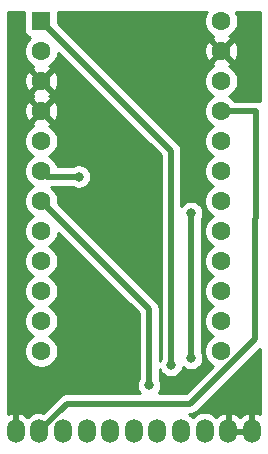
<source format=gbr>
%TF.GenerationSoftware,KiCad,Pcbnew,(5.1.9)-1*%
%TF.CreationDate,2021-12-26T22:52:53-06:00*%
%TF.ProjectId,Saturn for MISTER,53617475-726e-4206-966f-72204d495354,rev?*%
%TF.SameCoordinates,Original*%
%TF.FileFunction,Copper,L1,Top*%
%TF.FilePolarity,Positive*%
%FSLAX46Y46*%
G04 Gerber Fmt 4.6, Leading zero omitted, Abs format (unit mm)*
G04 Created by KiCad (PCBNEW (5.1.9)-1) date 2021-12-26 22:52:53*
%MOMM*%
%LPD*%
G01*
G04 APERTURE LIST*
%TA.AperFunction,ComponentPad*%
%ADD10O,1.500000X2.000000*%
%TD*%
%TA.AperFunction,ComponentPad*%
%ADD11C,1.600000*%
%TD*%
%TA.AperFunction,ComponentPad*%
%ADD12R,1.600000X1.600000*%
%TD*%
%TA.AperFunction,ViaPad*%
%ADD13C,0.800000*%
%TD*%
%TA.AperFunction,Conductor*%
%ADD14C,0.500000*%
%TD*%
%TA.AperFunction,Conductor*%
%ADD15C,0.254000*%
%TD*%
%TA.AperFunction,Conductor*%
%ADD16C,0.100000*%
%TD*%
G04 APERTURE END LIST*
D10*
%TO.P,Saturn1,1*%
%TO.N,GND*%
X142689560Y-112000000D03*
%TO.P,Saturn1,2*%
%TO.N,+5V*%
X144689560Y-112000000D03*
%TO.P,Saturn1,3*%
%TO.N,/DATA1*%
X146689560Y-112000000D03*
%TO.P,Saturn1,4*%
%TO.N,/DATA0*%
X148689560Y-112000000D03*
%TO.P,Saturn1,5*%
%TO.N,/SEL1*%
X150689560Y-112000000D03*
%TO.P,Saturn1,6*%
%TO.N,/SEL0*%
X152689560Y-112000000D03*
%TO.P,Saturn1,7*%
%TO.N,/TL*%
X154689560Y-112000000D03*
%TO.P,Saturn1,8*%
%TO.N,/DATA3*%
X156689560Y-112000000D03*
%TO.P,Saturn1,9*%
%TO.N,/DATA2*%
X158689560Y-112000000D03*
%TO.P,Saturn1,10*%
%TO.N,GND*%
X160689560Y-112000000D03*
%TO.P,Saturn1,11*%
X162689560Y-112000000D03*
%TD*%
D11*
%TO.P,U1,24*%
%TO.N,Net-(U1-Pad24)*%
X160101280Y-77256640D03*
%TO.P,U1,23*%
%TO.N,GND*%
X160101280Y-79796640D03*
%TO.P,U1,22*%
%TO.N,Net-(U1-Pad22)*%
X160101280Y-82336640D03*
%TO.P,U1,21*%
%TO.N,+5V*%
X160101280Y-84876640D03*
%TO.P,U1,20*%
%TO.N,Net-(U1-Pad20)*%
X160101280Y-87416640D03*
%TO.P,U1,19*%
%TO.N,Net-(U1-Pad19)*%
X160101280Y-89956640D03*
%TO.P,U1,18*%
%TO.N,Net-(U1-Pad18)*%
X160101280Y-92496640D03*
%TO.P,U1,17*%
%TO.N,Net-(U1-Pad17)*%
X160101280Y-95036640D03*
%TO.P,U1,16*%
%TO.N,/SEL1*%
X160101280Y-97576640D03*
%TO.P,U1,15*%
%TO.N,/SEL0*%
X160101280Y-100116640D03*
%TO.P,U1,14*%
%TO.N,Net-(U1-Pad14)*%
X160101280Y-102656640D03*
%TO.P,U1,13*%
%TO.N,Net-(U1-Pad13)*%
X160101280Y-105196640D03*
%TO.P,U1,12*%
%TO.N,Net-(U1-Pad12)*%
X144861280Y-105196640D03*
%TO.P,U1,11*%
%TO.N,Net-(U1-Pad11)*%
X144861280Y-102656640D03*
%TO.P,U1,10*%
%TO.N,Net-(U1-Pad10)*%
X144861280Y-100116640D03*
%TO.P,U1,9*%
%TO.N,Net-(U1-Pad9)*%
X144861280Y-97576640D03*
%TO.P,U1,8*%
%TO.N,Net-(U1-Pad8)*%
X144861280Y-95036640D03*
%TO.P,U1,7*%
%TO.N,/TL*%
X144861280Y-92496640D03*
%TO.P,U1,6*%
%TO.N,/DATA0*%
X144861280Y-89956640D03*
%TO.P,U1,5*%
%TO.N,/DATA1*%
X144861280Y-87416640D03*
%TO.P,U1,4*%
%TO.N,GND*%
X144861280Y-84876640D03*
%TO.P,U1,3*%
X144861280Y-82336640D03*
%TO.P,U1,2*%
%TO.N,/DATA2*%
X144861280Y-79796640D03*
D12*
%TO.P,U1,1*%
%TO.N,/DATA3*%
X144861280Y-77256640D03*
%TD*%
D13*
%TO.N,/TL*%
X153984960Y-108112560D03*
%TO.N,/DATA0*%
X148043900Y-90426540D03*
%TO.N,/DATA2*%
X157546040Y-93517720D03*
X157546040Y-105770680D03*
%TO.N,/DATA3*%
X155839160Y-106370120D03*
%TD*%
D14*
%TO.N,+5V*%
X157491042Y-109656880D02*
X147032680Y-109656880D01*
X147032680Y-109656880D02*
X144689560Y-112000000D01*
X162981640Y-94006282D02*
X162981640Y-104166282D01*
X162981640Y-104166282D02*
X157491042Y-109656880D01*
X163012120Y-84876640D02*
X163012120Y-93975802D01*
X163012120Y-93975802D02*
X162981640Y-94006282D01*
X160101280Y-84876640D02*
X163012120Y-84876640D01*
%TO.N,/TL*%
X153984960Y-108112560D02*
X153984960Y-101620320D01*
X153984960Y-101620320D02*
X144861280Y-92496640D01*
%TO.N,/DATA0*%
X148043900Y-90426540D02*
X145331180Y-90426540D01*
X145331180Y-90426540D02*
X144861280Y-89956640D01*
%TO.N,/DATA2*%
X157546040Y-93517720D02*
X157546040Y-93517720D01*
X157546040Y-105770680D02*
X157546040Y-93517720D01*
%TO.N,/DATA3*%
X155839160Y-106370120D02*
X155839160Y-88234520D01*
X155839160Y-88234520D02*
X144861280Y-77256640D01*
%TD*%
D15*
%TO.N,GND*%
X163359190Y-110527713D02*
X163133796Y-110426513D01*
X163030745Y-110407682D01*
X162816560Y-110530344D01*
X162816560Y-111873000D01*
X162836560Y-111873000D01*
X162836560Y-112127000D01*
X162816560Y-112127000D01*
X162816560Y-112147000D01*
X162562560Y-112147000D01*
X162562560Y-112127000D01*
X160816560Y-112127000D01*
X160816560Y-112147000D01*
X160562560Y-112147000D01*
X160562560Y-112127000D01*
X160542560Y-112127000D01*
X160542560Y-111873000D01*
X160562560Y-111873000D01*
X160562560Y-110530344D01*
X160816560Y-110530344D01*
X160816560Y-111873000D01*
X162562560Y-111873000D01*
X162562560Y-110530344D01*
X162348375Y-110407682D01*
X162245324Y-110426513D01*
X161995660Y-110538610D01*
X161772663Y-110697260D01*
X161689560Y-110785384D01*
X161606457Y-110697260D01*
X161383460Y-110538610D01*
X161133796Y-110426513D01*
X161030745Y-110407682D01*
X160816560Y-110530344D01*
X160562560Y-110530344D01*
X160348375Y-110407682D01*
X160245324Y-110426513D01*
X159995660Y-110538610D01*
X159772663Y-110697260D01*
X159689589Y-110785353D01*
X159673640Y-110765919D01*
X159462747Y-110592843D01*
X159222140Y-110464236D01*
X158961066Y-110385040D01*
X158689560Y-110358299D01*
X158418053Y-110385040D01*
X158156979Y-110464236D01*
X157916372Y-110592843D01*
X157705479Y-110765920D01*
X157689560Y-110785317D01*
X157673640Y-110765919D01*
X157462747Y-110592843D01*
X157367402Y-110541880D01*
X157447573Y-110541880D01*
X157491042Y-110546161D01*
X157534511Y-110541880D01*
X157534519Y-110541880D01*
X157664532Y-110529075D01*
X157831355Y-110478469D01*
X157985101Y-110396291D01*
X158119859Y-110285697D01*
X158147576Y-110251924D01*
X163361407Y-105038094D01*
X163359190Y-110527713D01*
%TA.AperFunction,Conductor*%
D16*
G36*
X163359190Y-110527713D02*
G01*
X163133796Y-110426513D01*
X163030745Y-110407682D01*
X162816560Y-110530344D01*
X162816560Y-111873000D01*
X162836560Y-111873000D01*
X162836560Y-112127000D01*
X162816560Y-112127000D01*
X162816560Y-112147000D01*
X162562560Y-112147000D01*
X162562560Y-112127000D01*
X160816560Y-112127000D01*
X160816560Y-112147000D01*
X160562560Y-112147000D01*
X160562560Y-112127000D01*
X160542560Y-112127000D01*
X160542560Y-111873000D01*
X160562560Y-111873000D01*
X160562560Y-110530344D01*
X160816560Y-110530344D01*
X160816560Y-111873000D01*
X162562560Y-111873000D01*
X162562560Y-110530344D01*
X162348375Y-110407682D01*
X162245324Y-110426513D01*
X161995660Y-110538610D01*
X161772663Y-110697260D01*
X161689560Y-110785384D01*
X161606457Y-110697260D01*
X161383460Y-110538610D01*
X161133796Y-110426513D01*
X161030745Y-110407682D01*
X160816560Y-110530344D01*
X160562560Y-110530344D01*
X160348375Y-110407682D01*
X160245324Y-110426513D01*
X159995660Y-110538610D01*
X159772663Y-110697260D01*
X159689589Y-110785353D01*
X159673640Y-110765919D01*
X159462747Y-110592843D01*
X159222140Y-110464236D01*
X158961066Y-110385040D01*
X158689560Y-110358299D01*
X158418053Y-110385040D01*
X158156979Y-110464236D01*
X157916372Y-110592843D01*
X157705479Y-110765920D01*
X157689560Y-110785317D01*
X157673640Y-110765919D01*
X157462747Y-110592843D01*
X157367402Y-110541880D01*
X157447573Y-110541880D01*
X157491042Y-110546161D01*
X157534511Y-110541880D01*
X157534519Y-110541880D01*
X157664532Y-110529075D01*
X157831355Y-110478469D01*
X157985101Y-110396291D01*
X158119859Y-110285697D01*
X158147576Y-110251924D01*
X163361407Y-105038094D01*
X163359190Y-110527713D01*
G37*
%TD.AperFunction*%
D15*
X143423208Y-78056640D02*
X143435468Y-78181122D01*
X143471778Y-78300820D01*
X143530743Y-78411134D01*
X143610095Y-78507825D01*
X143706786Y-78587177D01*
X143817100Y-78646142D01*
X143936798Y-78682452D01*
X143945241Y-78683283D01*
X143746643Y-78881881D01*
X143589600Y-79116913D01*
X143481427Y-79378066D01*
X143426280Y-79655305D01*
X143426280Y-79937975D01*
X143481427Y-80215214D01*
X143589600Y-80476367D01*
X143746643Y-80711399D01*
X143946521Y-80911277D01*
X144180408Y-81067555D01*
X144119766Y-81099969D01*
X144048183Y-81343938D01*
X144861280Y-82157035D01*
X145674377Y-81343938D01*
X145602794Y-81099969D01*
X145538288Y-81069446D01*
X145541007Y-81068320D01*
X145776039Y-80911277D01*
X145975917Y-80711399D01*
X146132960Y-80476367D01*
X146241133Y-80215214D01*
X146295410Y-79942348D01*
X154954161Y-88601100D01*
X154954160Y-105831666D01*
X154921955Y-105879864D01*
X154869960Y-106005390D01*
X154869960Y-101663789D01*
X154874241Y-101620320D01*
X154869960Y-101576851D01*
X154869960Y-101576843D01*
X154857155Y-101446830D01*
X154806549Y-101280007D01*
X154724371Y-101126261D01*
X154613777Y-100991503D01*
X154580009Y-100963790D01*
X146289297Y-92673079D01*
X146296280Y-92637975D01*
X146296280Y-92355305D01*
X146241133Y-92078066D01*
X146132960Y-91816913D01*
X145975917Y-91581881D01*
X145776039Y-91382003D01*
X145670583Y-91311540D01*
X147505446Y-91311540D01*
X147553644Y-91343745D01*
X147742002Y-91421766D01*
X147941961Y-91461540D01*
X148145839Y-91461540D01*
X148345798Y-91421766D01*
X148534156Y-91343745D01*
X148703674Y-91230477D01*
X148847837Y-91086314D01*
X148961105Y-90916796D01*
X149039126Y-90728438D01*
X149078900Y-90528479D01*
X149078900Y-90324601D01*
X149039126Y-90124642D01*
X148961105Y-89936284D01*
X148847837Y-89766766D01*
X148703674Y-89622603D01*
X148534156Y-89509335D01*
X148345798Y-89431314D01*
X148145839Y-89391540D01*
X147941961Y-89391540D01*
X147742002Y-89431314D01*
X147553644Y-89509335D01*
X147505446Y-89541540D01*
X146241824Y-89541540D01*
X146241133Y-89538066D01*
X146132960Y-89276913D01*
X145975917Y-89041881D01*
X145776039Y-88842003D01*
X145543521Y-88686640D01*
X145776039Y-88531277D01*
X145975917Y-88331399D01*
X146132960Y-88096367D01*
X146241133Y-87835214D01*
X146296280Y-87557975D01*
X146296280Y-87275305D01*
X146241133Y-86998066D01*
X146132960Y-86736913D01*
X145975917Y-86501881D01*
X145776039Y-86302003D01*
X145542152Y-86145725D01*
X145602794Y-86113311D01*
X145674377Y-85869342D01*
X144861280Y-85056245D01*
X144048183Y-85869342D01*
X144119766Y-86113311D01*
X144184272Y-86143834D01*
X144181553Y-86144960D01*
X143946521Y-86302003D01*
X143746643Y-86501881D01*
X143589600Y-86736913D01*
X143481427Y-86998066D01*
X143426280Y-87275305D01*
X143426280Y-87557975D01*
X143481427Y-87835214D01*
X143589600Y-88096367D01*
X143746643Y-88331399D01*
X143946521Y-88531277D01*
X144179039Y-88686640D01*
X143946521Y-88842003D01*
X143746643Y-89041881D01*
X143589600Y-89276913D01*
X143481427Y-89538066D01*
X143426280Y-89815305D01*
X143426280Y-90097975D01*
X143481427Y-90375214D01*
X143589600Y-90636367D01*
X143746643Y-90871399D01*
X143946521Y-91071277D01*
X144179039Y-91226640D01*
X143946521Y-91382003D01*
X143746643Y-91581881D01*
X143589600Y-91816913D01*
X143481427Y-92078066D01*
X143426280Y-92355305D01*
X143426280Y-92637975D01*
X143481427Y-92915214D01*
X143589600Y-93176367D01*
X143746643Y-93411399D01*
X143946521Y-93611277D01*
X144179039Y-93766640D01*
X143946521Y-93922003D01*
X143746643Y-94121881D01*
X143589600Y-94356913D01*
X143481427Y-94618066D01*
X143426280Y-94895305D01*
X143426280Y-95177975D01*
X143481427Y-95455214D01*
X143589600Y-95716367D01*
X143746643Y-95951399D01*
X143946521Y-96151277D01*
X144179039Y-96306640D01*
X143946521Y-96462003D01*
X143746643Y-96661881D01*
X143589600Y-96896913D01*
X143481427Y-97158066D01*
X143426280Y-97435305D01*
X143426280Y-97717975D01*
X143481427Y-97995214D01*
X143589600Y-98256367D01*
X143746643Y-98491399D01*
X143946521Y-98691277D01*
X144179039Y-98846640D01*
X143946521Y-99002003D01*
X143746643Y-99201881D01*
X143589600Y-99436913D01*
X143481427Y-99698066D01*
X143426280Y-99975305D01*
X143426280Y-100257975D01*
X143481427Y-100535214D01*
X143589600Y-100796367D01*
X143746643Y-101031399D01*
X143946521Y-101231277D01*
X144179039Y-101386640D01*
X143946521Y-101542003D01*
X143746643Y-101741881D01*
X143589600Y-101976913D01*
X143481427Y-102238066D01*
X143426280Y-102515305D01*
X143426280Y-102797975D01*
X143481427Y-103075214D01*
X143589600Y-103336367D01*
X143746643Y-103571399D01*
X143946521Y-103771277D01*
X144179039Y-103926640D01*
X143946521Y-104082003D01*
X143746643Y-104281881D01*
X143589600Y-104516913D01*
X143481427Y-104778066D01*
X143426280Y-105055305D01*
X143426280Y-105337975D01*
X143481427Y-105615214D01*
X143589600Y-105876367D01*
X143746643Y-106111399D01*
X143946521Y-106311277D01*
X144181553Y-106468320D01*
X144442706Y-106576493D01*
X144719945Y-106631640D01*
X145002615Y-106631640D01*
X145279854Y-106576493D01*
X145541007Y-106468320D01*
X145776039Y-106311277D01*
X145975917Y-106111399D01*
X146132960Y-105876367D01*
X146241133Y-105615214D01*
X146296280Y-105337975D01*
X146296280Y-105055305D01*
X146241133Y-104778066D01*
X146132960Y-104516913D01*
X145975917Y-104281881D01*
X145776039Y-104082003D01*
X145543521Y-103926640D01*
X145776039Y-103771277D01*
X145975917Y-103571399D01*
X146132960Y-103336367D01*
X146241133Y-103075214D01*
X146296280Y-102797975D01*
X146296280Y-102515305D01*
X146241133Y-102238066D01*
X146132960Y-101976913D01*
X145975917Y-101741881D01*
X145776039Y-101542003D01*
X145543521Y-101386640D01*
X145776039Y-101231277D01*
X145975917Y-101031399D01*
X146132960Y-100796367D01*
X146241133Y-100535214D01*
X146296280Y-100257975D01*
X146296280Y-99975305D01*
X146241133Y-99698066D01*
X146132960Y-99436913D01*
X145975917Y-99201881D01*
X145776039Y-99002003D01*
X145543521Y-98846640D01*
X145776039Y-98691277D01*
X145975917Y-98491399D01*
X146132960Y-98256367D01*
X146241133Y-97995214D01*
X146296280Y-97717975D01*
X146296280Y-97435305D01*
X146241133Y-97158066D01*
X146132960Y-96896913D01*
X145975917Y-96661881D01*
X145776039Y-96462003D01*
X145543521Y-96306640D01*
X145776039Y-96151277D01*
X145975917Y-95951399D01*
X146132960Y-95716367D01*
X146241133Y-95455214D01*
X146295410Y-95182348D01*
X153099961Y-101986900D01*
X153099960Y-107574106D01*
X153067755Y-107622304D01*
X152989734Y-107810662D01*
X152949960Y-108010621D01*
X152949960Y-108214499D01*
X152989734Y-108414458D01*
X153067755Y-108602816D01*
X153180720Y-108771880D01*
X147076146Y-108771880D01*
X147032679Y-108767599D01*
X146989213Y-108771880D01*
X146989203Y-108771880D01*
X146859190Y-108784685D01*
X146692367Y-108835291D01*
X146538621Y-108917469D01*
X146538619Y-108917470D01*
X146538620Y-108917470D01*
X146437633Y-109000348D01*
X146437631Y-109000350D01*
X146403863Y-109028063D01*
X146376150Y-109061831D01*
X145031558Y-110406424D01*
X144961066Y-110385040D01*
X144689560Y-110358299D01*
X144418053Y-110385040D01*
X144156979Y-110464236D01*
X143916372Y-110592843D01*
X143705479Y-110765920D01*
X143689531Y-110785353D01*
X143606457Y-110697260D01*
X143383460Y-110538610D01*
X143133796Y-110426513D01*
X143030745Y-110407682D01*
X142816560Y-110530344D01*
X142816560Y-111873000D01*
X142836560Y-111873000D01*
X142836560Y-112127000D01*
X142816560Y-112127000D01*
X142816560Y-112147000D01*
X142562560Y-112147000D01*
X142562560Y-112127000D01*
X142542560Y-112127000D01*
X142542560Y-111873000D01*
X142562560Y-111873000D01*
X142562560Y-110530344D01*
X142348375Y-110407682D01*
X142245324Y-110426513D01*
X142031729Y-110522416D01*
X142035175Y-84947152D01*
X143421063Y-84947152D01*
X143462493Y-85226770D01*
X143557677Y-85492932D01*
X143624609Y-85618154D01*
X143868578Y-85689737D01*
X144681675Y-84876640D01*
X145040885Y-84876640D01*
X145853982Y-85689737D01*
X146097951Y-85618154D01*
X146218851Y-85362644D01*
X146287580Y-85088456D01*
X146301497Y-84806128D01*
X146260067Y-84526510D01*
X146164883Y-84260348D01*
X146097951Y-84135126D01*
X145853982Y-84063543D01*
X145040885Y-84876640D01*
X144681675Y-84876640D01*
X143868578Y-84063543D01*
X143624609Y-84135126D01*
X143503709Y-84390636D01*
X143434980Y-84664824D01*
X143421063Y-84947152D01*
X142035175Y-84947152D01*
X142035392Y-83329342D01*
X144048183Y-83329342D01*
X144119766Y-83573311D01*
X144185916Y-83604611D01*
X144119766Y-83639969D01*
X144048183Y-83883938D01*
X144861280Y-84697035D01*
X145674377Y-83883938D01*
X145602794Y-83639969D01*
X145536644Y-83608669D01*
X145602794Y-83573311D01*
X145674377Y-83329342D01*
X144861280Y-82516245D01*
X144048183Y-83329342D01*
X142035392Y-83329342D01*
X142035517Y-82407152D01*
X143421063Y-82407152D01*
X143462493Y-82686770D01*
X143557677Y-82952932D01*
X143624609Y-83078154D01*
X143868578Y-83149737D01*
X144681675Y-82336640D01*
X145040885Y-82336640D01*
X145853982Y-83149737D01*
X146097951Y-83078154D01*
X146218851Y-82822644D01*
X146287580Y-82548456D01*
X146301497Y-82266128D01*
X146260067Y-81986510D01*
X146164883Y-81720348D01*
X146097951Y-81595126D01*
X145853982Y-81523543D01*
X145040885Y-82336640D01*
X144681675Y-82336640D01*
X143868578Y-81523543D01*
X143624609Y-81595126D01*
X143503709Y-81850636D01*
X143434980Y-82124824D01*
X143421063Y-82407152D01*
X142035517Y-82407152D01*
X142036313Y-76503956D01*
X143423208Y-76503023D01*
X143423208Y-78056640D01*
%TA.AperFunction,Conductor*%
D16*
G36*
X143423208Y-78056640D02*
G01*
X143435468Y-78181122D01*
X143471778Y-78300820D01*
X143530743Y-78411134D01*
X143610095Y-78507825D01*
X143706786Y-78587177D01*
X143817100Y-78646142D01*
X143936798Y-78682452D01*
X143945241Y-78683283D01*
X143746643Y-78881881D01*
X143589600Y-79116913D01*
X143481427Y-79378066D01*
X143426280Y-79655305D01*
X143426280Y-79937975D01*
X143481427Y-80215214D01*
X143589600Y-80476367D01*
X143746643Y-80711399D01*
X143946521Y-80911277D01*
X144180408Y-81067555D01*
X144119766Y-81099969D01*
X144048183Y-81343938D01*
X144861280Y-82157035D01*
X145674377Y-81343938D01*
X145602794Y-81099969D01*
X145538288Y-81069446D01*
X145541007Y-81068320D01*
X145776039Y-80911277D01*
X145975917Y-80711399D01*
X146132960Y-80476367D01*
X146241133Y-80215214D01*
X146295410Y-79942348D01*
X154954161Y-88601100D01*
X154954160Y-105831666D01*
X154921955Y-105879864D01*
X154869960Y-106005390D01*
X154869960Y-101663789D01*
X154874241Y-101620320D01*
X154869960Y-101576851D01*
X154869960Y-101576843D01*
X154857155Y-101446830D01*
X154806549Y-101280007D01*
X154724371Y-101126261D01*
X154613777Y-100991503D01*
X154580009Y-100963790D01*
X146289297Y-92673079D01*
X146296280Y-92637975D01*
X146296280Y-92355305D01*
X146241133Y-92078066D01*
X146132960Y-91816913D01*
X145975917Y-91581881D01*
X145776039Y-91382003D01*
X145670583Y-91311540D01*
X147505446Y-91311540D01*
X147553644Y-91343745D01*
X147742002Y-91421766D01*
X147941961Y-91461540D01*
X148145839Y-91461540D01*
X148345798Y-91421766D01*
X148534156Y-91343745D01*
X148703674Y-91230477D01*
X148847837Y-91086314D01*
X148961105Y-90916796D01*
X149039126Y-90728438D01*
X149078900Y-90528479D01*
X149078900Y-90324601D01*
X149039126Y-90124642D01*
X148961105Y-89936284D01*
X148847837Y-89766766D01*
X148703674Y-89622603D01*
X148534156Y-89509335D01*
X148345798Y-89431314D01*
X148145839Y-89391540D01*
X147941961Y-89391540D01*
X147742002Y-89431314D01*
X147553644Y-89509335D01*
X147505446Y-89541540D01*
X146241824Y-89541540D01*
X146241133Y-89538066D01*
X146132960Y-89276913D01*
X145975917Y-89041881D01*
X145776039Y-88842003D01*
X145543521Y-88686640D01*
X145776039Y-88531277D01*
X145975917Y-88331399D01*
X146132960Y-88096367D01*
X146241133Y-87835214D01*
X146296280Y-87557975D01*
X146296280Y-87275305D01*
X146241133Y-86998066D01*
X146132960Y-86736913D01*
X145975917Y-86501881D01*
X145776039Y-86302003D01*
X145542152Y-86145725D01*
X145602794Y-86113311D01*
X145674377Y-85869342D01*
X144861280Y-85056245D01*
X144048183Y-85869342D01*
X144119766Y-86113311D01*
X144184272Y-86143834D01*
X144181553Y-86144960D01*
X143946521Y-86302003D01*
X143746643Y-86501881D01*
X143589600Y-86736913D01*
X143481427Y-86998066D01*
X143426280Y-87275305D01*
X143426280Y-87557975D01*
X143481427Y-87835214D01*
X143589600Y-88096367D01*
X143746643Y-88331399D01*
X143946521Y-88531277D01*
X144179039Y-88686640D01*
X143946521Y-88842003D01*
X143746643Y-89041881D01*
X143589600Y-89276913D01*
X143481427Y-89538066D01*
X143426280Y-89815305D01*
X143426280Y-90097975D01*
X143481427Y-90375214D01*
X143589600Y-90636367D01*
X143746643Y-90871399D01*
X143946521Y-91071277D01*
X144179039Y-91226640D01*
X143946521Y-91382003D01*
X143746643Y-91581881D01*
X143589600Y-91816913D01*
X143481427Y-92078066D01*
X143426280Y-92355305D01*
X143426280Y-92637975D01*
X143481427Y-92915214D01*
X143589600Y-93176367D01*
X143746643Y-93411399D01*
X143946521Y-93611277D01*
X144179039Y-93766640D01*
X143946521Y-93922003D01*
X143746643Y-94121881D01*
X143589600Y-94356913D01*
X143481427Y-94618066D01*
X143426280Y-94895305D01*
X143426280Y-95177975D01*
X143481427Y-95455214D01*
X143589600Y-95716367D01*
X143746643Y-95951399D01*
X143946521Y-96151277D01*
X144179039Y-96306640D01*
X143946521Y-96462003D01*
X143746643Y-96661881D01*
X143589600Y-96896913D01*
X143481427Y-97158066D01*
X143426280Y-97435305D01*
X143426280Y-97717975D01*
X143481427Y-97995214D01*
X143589600Y-98256367D01*
X143746643Y-98491399D01*
X143946521Y-98691277D01*
X144179039Y-98846640D01*
X143946521Y-99002003D01*
X143746643Y-99201881D01*
X143589600Y-99436913D01*
X143481427Y-99698066D01*
X143426280Y-99975305D01*
X143426280Y-100257975D01*
X143481427Y-100535214D01*
X143589600Y-100796367D01*
X143746643Y-101031399D01*
X143946521Y-101231277D01*
X144179039Y-101386640D01*
X143946521Y-101542003D01*
X143746643Y-101741881D01*
X143589600Y-101976913D01*
X143481427Y-102238066D01*
X143426280Y-102515305D01*
X143426280Y-102797975D01*
X143481427Y-103075214D01*
X143589600Y-103336367D01*
X143746643Y-103571399D01*
X143946521Y-103771277D01*
X144179039Y-103926640D01*
X143946521Y-104082003D01*
X143746643Y-104281881D01*
X143589600Y-104516913D01*
X143481427Y-104778066D01*
X143426280Y-105055305D01*
X143426280Y-105337975D01*
X143481427Y-105615214D01*
X143589600Y-105876367D01*
X143746643Y-106111399D01*
X143946521Y-106311277D01*
X144181553Y-106468320D01*
X144442706Y-106576493D01*
X144719945Y-106631640D01*
X145002615Y-106631640D01*
X145279854Y-106576493D01*
X145541007Y-106468320D01*
X145776039Y-106311277D01*
X145975917Y-106111399D01*
X146132960Y-105876367D01*
X146241133Y-105615214D01*
X146296280Y-105337975D01*
X146296280Y-105055305D01*
X146241133Y-104778066D01*
X146132960Y-104516913D01*
X145975917Y-104281881D01*
X145776039Y-104082003D01*
X145543521Y-103926640D01*
X145776039Y-103771277D01*
X145975917Y-103571399D01*
X146132960Y-103336367D01*
X146241133Y-103075214D01*
X146296280Y-102797975D01*
X146296280Y-102515305D01*
X146241133Y-102238066D01*
X146132960Y-101976913D01*
X145975917Y-101741881D01*
X145776039Y-101542003D01*
X145543521Y-101386640D01*
X145776039Y-101231277D01*
X145975917Y-101031399D01*
X146132960Y-100796367D01*
X146241133Y-100535214D01*
X146296280Y-100257975D01*
X146296280Y-99975305D01*
X146241133Y-99698066D01*
X146132960Y-99436913D01*
X145975917Y-99201881D01*
X145776039Y-99002003D01*
X145543521Y-98846640D01*
X145776039Y-98691277D01*
X145975917Y-98491399D01*
X146132960Y-98256367D01*
X146241133Y-97995214D01*
X146296280Y-97717975D01*
X146296280Y-97435305D01*
X146241133Y-97158066D01*
X146132960Y-96896913D01*
X145975917Y-96661881D01*
X145776039Y-96462003D01*
X145543521Y-96306640D01*
X145776039Y-96151277D01*
X145975917Y-95951399D01*
X146132960Y-95716367D01*
X146241133Y-95455214D01*
X146295410Y-95182348D01*
X153099961Y-101986900D01*
X153099960Y-107574106D01*
X153067755Y-107622304D01*
X152989734Y-107810662D01*
X152949960Y-108010621D01*
X152949960Y-108214499D01*
X152989734Y-108414458D01*
X153067755Y-108602816D01*
X153180720Y-108771880D01*
X147076146Y-108771880D01*
X147032679Y-108767599D01*
X146989213Y-108771880D01*
X146989203Y-108771880D01*
X146859190Y-108784685D01*
X146692367Y-108835291D01*
X146538621Y-108917469D01*
X146538619Y-108917470D01*
X146538620Y-108917470D01*
X146437633Y-109000348D01*
X146437631Y-109000350D01*
X146403863Y-109028063D01*
X146376150Y-109061831D01*
X145031558Y-110406424D01*
X144961066Y-110385040D01*
X144689560Y-110358299D01*
X144418053Y-110385040D01*
X144156979Y-110464236D01*
X143916372Y-110592843D01*
X143705479Y-110765920D01*
X143689531Y-110785353D01*
X143606457Y-110697260D01*
X143383460Y-110538610D01*
X143133796Y-110426513D01*
X143030745Y-110407682D01*
X142816560Y-110530344D01*
X142816560Y-111873000D01*
X142836560Y-111873000D01*
X142836560Y-112127000D01*
X142816560Y-112127000D01*
X142816560Y-112147000D01*
X142562560Y-112147000D01*
X142562560Y-112127000D01*
X142542560Y-112127000D01*
X142542560Y-111873000D01*
X142562560Y-111873000D01*
X142562560Y-110530344D01*
X142348375Y-110407682D01*
X142245324Y-110426513D01*
X142031729Y-110522416D01*
X142035175Y-84947152D01*
X143421063Y-84947152D01*
X143462493Y-85226770D01*
X143557677Y-85492932D01*
X143624609Y-85618154D01*
X143868578Y-85689737D01*
X144681675Y-84876640D01*
X145040885Y-84876640D01*
X145853982Y-85689737D01*
X146097951Y-85618154D01*
X146218851Y-85362644D01*
X146287580Y-85088456D01*
X146301497Y-84806128D01*
X146260067Y-84526510D01*
X146164883Y-84260348D01*
X146097951Y-84135126D01*
X145853982Y-84063543D01*
X145040885Y-84876640D01*
X144681675Y-84876640D01*
X143868578Y-84063543D01*
X143624609Y-84135126D01*
X143503709Y-84390636D01*
X143434980Y-84664824D01*
X143421063Y-84947152D01*
X142035175Y-84947152D01*
X142035392Y-83329342D01*
X144048183Y-83329342D01*
X144119766Y-83573311D01*
X144185916Y-83604611D01*
X144119766Y-83639969D01*
X144048183Y-83883938D01*
X144861280Y-84697035D01*
X145674377Y-83883938D01*
X145602794Y-83639969D01*
X145536644Y-83608669D01*
X145602794Y-83573311D01*
X145674377Y-83329342D01*
X144861280Y-82516245D01*
X144048183Y-83329342D01*
X142035392Y-83329342D01*
X142035517Y-82407152D01*
X143421063Y-82407152D01*
X143462493Y-82686770D01*
X143557677Y-82952932D01*
X143624609Y-83078154D01*
X143868578Y-83149737D01*
X144681675Y-82336640D01*
X145040885Y-82336640D01*
X145853982Y-83149737D01*
X146097951Y-83078154D01*
X146218851Y-82822644D01*
X146287580Y-82548456D01*
X146301497Y-82266128D01*
X146260067Y-81986510D01*
X146164883Y-81720348D01*
X146097951Y-81595126D01*
X145853982Y-81523543D01*
X145040885Y-82336640D01*
X144681675Y-82336640D01*
X143868578Y-81523543D01*
X143624609Y-81595126D01*
X143503709Y-81850636D01*
X143434980Y-82124824D01*
X143421063Y-82407152D01*
X142035517Y-82407152D01*
X142036313Y-76503956D01*
X143423208Y-76503023D01*
X143423208Y-78056640D01*
G37*
%TD.AperFunction*%
D15*
X163369876Y-84064374D02*
X163352433Y-84055051D01*
X163185610Y-84004445D01*
X163055597Y-83991640D01*
X163055596Y-83991640D01*
X163012120Y-83987358D01*
X162968643Y-83991640D01*
X161235801Y-83991640D01*
X161215917Y-83961881D01*
X161016039Y-83762003D01*
X160783521Y-83606640D01*
X161016039Y-83451277D01*
X161215917Y-83251399D01*
X161372960Y-83016367D01*
X161481133Y-82755214D01*
X161536280Y-82477975D01*
X161536280Y-82195305D01*
X161481133Y-81918066D01*
X161372960Y-81656913D01*
X161215917Y-81421881D01*
X161016039Y-81222003D01*
X160782152Y-81065725D01*
X160842794Y-81033311D01*
X160914377Y-80789342D01*
X160101280Y-79976245D01*
X159288183Y-80789342D01*
X159359766Y-81033311D01*
X159424272Y-81063834D01*
X159421553Y-81064960D01*
X159186521Y-81222003D01*
X158986643Y-81421881D01*
X158829600Y-81656913D01*
X158721427Y-81918066D01*
X158666280Y-82195305D01*
X158666280Y-82477975D01*
X158721427Y-82755214D01*
X158829600Y-83016367D01*
X158986643Y-83251399D01*
X159186521Y-83451277D01*
X159419039Y-83606640D01*
X159186521Y-83762003D01*
X158986643Y-83961881D01*
X158829600Y-84196913D01*
X158721427Y-84458066D01*
X158666280Y-84735305D01*
X158666280Y-85017975D01*
X158721427Y-85295214D01*
X158829600Y-85556367D01*
X158986643Y-85791399D01*
X159186521Y-85991277D01*
X159419039Y-86146640D01*
X159186521Y-86302003D01*
X158986643Y-86501881D01*
X158829600Y-86736913D01*
X158721427Y-86998066D01*
X158666280Y-87275305D01*
X158666280Y-87557975D01*
X158721427Y-87835214D01*
X158829600Y-88096367D01*
X158986643Y-88331399D01*
X159186521Y-88531277D01*
X159419039Y-88686640D01*
X159186521Y-88842003D01*
X158986643Y-89041881D01*
X158829600Y-89276913D01*
X158721427Y-89538066D01*
X158666280Y-89815305D01*
X158666280Y-90097975D01*
X158721427Y-90375214D01*
X158829600Y-90636367D01*
X158986643Y-90871399D01*
X159186521Y-91071277D01*
X159419039Y-91226640D01*
X159186521Y-91382003D01*
X158986643Y-91581881D01*
X158829600Y-91816913D01*
X158721427Y-92078066D01*
X158666280Y-92355305D01*
X158666280Y-92637975D01*
X158721427Y-92915214D01*
X158829600Y-93176367D01*
X158986643Y-93411399D01*
X159186521Y-93611277D01*
X159419039Y-93766640D01*
X159186521Y-93922003D01*
X158986643Y-94121881D01*
X158829600Y-94356913D01*
X158721427Y-94618066D01*
X158666280Y-94895305D01*
X158666280Y-95177975D01*
X158721427Y-95455214D01*
X158829600Y-95716367D01*
X158986643Y-95951399D01*
X159186521Y-96151277D01*
X159419039Y-96306640D01*
X159186521Y-96462003D01*
X158986643Y-96661881D01*
X158829600Y-96896913D01*
X158721427Y-97158066D01*
X158666280Y-97435305D01*
X158666280Y-97717975D01*
X158721427Y-97995214D01*
X158829600Y-98256367D01*
X158986643Y-98491399D01*
X159186521Y-98691277D01*
X159419039Y-98846640D01*
X159186521Y-99002003D01*
X158986643Y-99201881D01*
X158829600Y-99436913D01*
X158721427Y-99698066D01*
X158666280Y-99975305D01*
X158666280Y-100257975D01*
X158721427Y-100535214D01*
X158829600Y-100796367D01*
X158986643Y-101031399D01*
X159186521Y-101231277D01*
X159419039Y-101386640D01*
X159186521Y-101542003D01*
X158986643Y-101741881D01*
X158829600Y-101976913D01*
X158721427Y-102238066D01*
X158666280Y-102515305D01*
X158666280Y-102797975D01*
X158721427Y-103075214D01*
X158829600Y-103336367D01*
X158986643Y-103571399D01*
X159186521Y-103771277D01*
X159419039Y-103926640D01*
X159186521Y-104082003D01*
X158986643Y-104281881D01*
X158829600Y-104516913D01*
X158721427Y-104778066D01*
X158666280Y-105055305D01*
X158666280Y-105337975D01*
X158721427Y-105615214D01*
X158829600Y-105876367D01*
X158986643Y-106111399D01*
X159186521Y-106311277D01*
X159421553Y-106468320D01*
X159426128Y-106470215D01*
X157124464Y-108771880D01*
X154789200Y-108771880D01*
X154902165Y-108602816D01*
X154980186Y-108414458D01*
X155019960Y-108214499D01*
X155019960Y-108010621D01*
X154980186Y-107810662D01*
X154902165Y-107622304D01*
X154869960Y-107574106D01*
X154869960Y-106734850D01*
X154921955Y-106860376D01*
X155035223Y-107029894D01*
X155179386Y-107174057D01*
X155348904Y-107287325D01*
X155537262Y-107365346D01*
X155737221Y-107405120D01*
X155941099Y-107405120D01*
X156141058Y-107365346D01*
X156329416Y-107287325D01*
X156498934Y-107174057D01*
X156643097Y-107029894D01*
X156756365Y-106860376D01*
X156834386Y-106672018D01*
X156859153Y-106547504D01*
X156886266Y-106574617D01*
X157055784Y-106687885D01*
X157244142Y-106765906D01*
X157444101Y-106805680D01*
X157647979Y-106805680D01*
X157847938Y-106765906D01*
X158036296Y-106687885D01*
X158205814Y-106574617D01*
X158349977Y-106430454D01*
X158463245Y-106260936D01*
X158541266Y-106072578D01*
X158581040Y-105872619D01*
X158581040Y-105668741D01*
X158541266Y-105468782D01*
X158463245Y-105280424D01*
X158431040Y-105232226D01*
X158431040Y-94056174D01*
X158463245Y-94007976D01*
X158541266Y-93819618D01*
X158581040Y-93619659D01*
X158581040Y-93415781D01*
X158541266Y-93215822D01*
X158463245Y-93027464D01*
X158349977Y-92857946D01*
X158205814Y-92713783D01*
X158036296Y-92600515D01*
X157847938Y-92522494D01*
X157647979Y-92482720D01*
X157444101Y-92482720D01*
X157244142Y-92522494D01*
X157055784Y-92600515D01*
X156886266Y-92713783D01*
X156742103Y-92857946D01*
X156724160Y-92884800D01*
X156724160Y-88277989D01*
X156728441Y-88234520D01*
X156724160Y-88191051D01*
X156724160Y-88191043D01*
X156711355Y-88061030D01*
X156660749Y-87894207D01*
X156578571Y-87740461D01*
X156467977Y-87605703D01*
X156434209Y-87577990D01*
X148723371Y-79867152D01*
X158661063Y-79867152D01*
X158702493Y-80146770D01*
X158797677Y-80412932D01*
X158864609Y-80538154D01*
X159108578Y-80609737D01*
X159921675Y-79796640D01*
X160280885Y-79796640D01*
X161093982Y-80609737D01*
X161337951Y-80538154D01*
X161458851Y-80282644D01*
X161527580Y-80008456D01*
X161541497Y-79726128D01*
X161500067Y-79446510D01*
X161404883Y-79180348D01*
X161337951Y-79055126D01*
X161093982Y-78983543D01*
X160280885Y-79796640D01*
X159921675Y-79796640D01*
X159108578Y-78983543D01*
X158864609Y-79055126D01*
X158743709Y-79310636D01*
X158674980Y-79584824D01*
X158661063Y-79867152D01*
X148723371Y-79867152D01*
X146299352Y-77443134D01*
X146299352Y-76501088D01*
X158885921Y-76492622D01*
X158829600Y-76576913D01*
X158721427Y-76838066D01*
X158666280Y-77115305D01*
X158666280Y-77397975D01*
X158721427Y-77675214D01*
X158829600Y-77936367D01*
X158986643Y-78171399D01*
X159186521Y-78371277D01*
X159420408Y-78527555D01*
X159359766Y-78559969D01*
X159288183Y-78803938D01*
X160101280Y-79617035D01*
X160914377Y-78803938D01*
X160842794Y-78559969D01*
X160778288Y-78529446D01*
X160781007Y-78528320D01*
X161016039Y-78371277D01*
X161215917Y-78171399D01*
X161372960Y-77936367D01*
X161481133Y-77675214D01*
X161536280Y-77397975D01*
X161536280Y-77115305D01*
X161481133Y-76838066D01*
X161372960Y-76576913D01*
X161315547Y-76490988D01*
X163372934Y-76489604D01*
X163369876Y-84064374D01*
%TA.AperFunction,Conductor*%
D16*
G36*
X163369876Y-84064374D02*
G01*
X163352433Y-84055051D01*
X163185610Y-84004445D01*
X163055597Y-83991640D01*
X163055596Y-83991640D01*
X163012120Y-83987358D01*
X162968643Y-83991640D01*
X161235801Y-83991640D01*
X161215917Y-83961881D01*
X161016039Y-83762003D01*
X160783521Y-83606640D01*
X161016039Y-83451277D01*
X161215917Y-83251399D01*
X161372960Y-83016367D01*
X161481133Y-82755214D01*
X161536280Y-82477975D01*
X161536280Y-82195305D01*
X161481133Y-81918066D01*
X161372960Y-81656913D01*
X161215917Y-81421881D01*
X161016039Y-81222003D01*
X160782152Y-81065725D01*
X160842794Y-81033311D01*
X160914377Y-80789342D01*
X160101280Y-79976245D01*
X159288183Y-80789342D01*
X159359766Y-81033311D01*
X159424272Y-81063834D01*
X159421553Y-81064960D01*
X159186521Y-81222003D01*
X158986643Y-81421881D01*
X158829600Y-81656913D01*
X158721427Y-81918066D01*
X158666280Y-82195305D01*
X158666280Y-82477975D01*
X158721427Y-82755214D01*
X158829600Y-83016367D01*
X158986643Y-83251399D01*
X159186521Y-83451277D01*
X159419039Y-83606640D01*
X159186521Y-83762003D01*
X158986643Y-83961881D01*
X158829600Y-84196913D01*
X158721427Y-84458066D01*
X158666280Y-84735305D01*
X158666280Y-85017975D01*
X158721427Y-85295214D01*
X158829600Y-85556367D01*
X158986643Y-85791399D01*
X159186521Y-85991277D01*
X159419039Y-86146640D01*
X159186521Y-86302003D01*
X158986643Y-86501881D01*
X158829600Y-86736913D01*
X158721427Y-86998066D01*
X158666280Y-87275305D01*
X158666280Y-87557975D01*
X158721427Y-87835214D01*
X158829600Y-88096367D01*
X158986643Y-88331399D01*
X159186521Y-88531277D01*
X159419039Y-88686640D01*
X159186521Y-88842003D01*
X158986643Y-89041881D01*
X158829600Y-89276913D01*
X158721427Y-89538066D01*
X158666280Y-89815305D01*
X158666280Y-90097975D01*
X158721427Y-90375214D01*
X158829600Y-90636367D01*
X158986643Y-90871399D01*
X159186521Y-91071277D01*
X159419039Y-91226640D01*
X159186521Y-91382003D01*
X158986643Y-91581881D01*
X158829600Y-91816913D01*
X158721427Y-92078066D01*
X158666280Y-92355305D01*
X158666280Y-92637975D01*
X158721427Y-92915214D01*
X158829600Y-93176367D01*
X158986643Y-93411399D01*
X159186521Y-93611277D01*
X159419039Y-93766640D01*
X159186521Y-93922003D01*
X158986643Y-94121881D01*
X158829600Y-94356913D01*
X158721427Y-94618066D01*
X158666280Y-94895305D01*
X158666280Y-95177975D01*
X158721427Y-95455214D01*
X158829600Y-95716367D01*
X158986643Y-95951399D01*
X159186521Y-96151277D01*
X159419039Y-96306640D01*
X159186521Y-96462003D01*
X158986643Y-96661881D01*
X158829600Y-96896913D01*
X158721427Y-97158066D01*
X158666280Y-97435305D01*
X158666280Y-97717975D01*
X158721427Y-97995214D01*
X158829600Y-98256367D01*
X158986643Y-98491399D01*
X159186521Y-98691277D01*
X159419039Y-98846640D01*
X159186521Y-99002003D01*
X158986643Y-99201881D01*
X158829600Y-99436913D01*
X158721427Y-99698066D01*
X158666280Y-99975305D01*
X158666280Y-100257975D01*
X158721427Y-100535214D01*
X158829600Y-100796367D01*
X158986643Y-101031399D01*
X159186521Y-101231277D01*
X159419039Y-101386640D01*
X159186521Y-101542003D01*
X158986643Y-101741881D01*
X158829600Y-101976913D01*
X158721427Y-102238066D01*
X158666280Y-102515305D01*
X158666280Y-102797975D01*
X158721427Y-103075214D01*
X158829600Y-103336367D01*
X158986643Y-103571399D01*
X159186521Y-103771277D01*
X159419039Y-103926640D01*
X159186521Y-104082003D01*
X158986643Y-104281881D01*
X158829600Y-104516913D01*
X158721427Y-104778066D01*
X158666280Y-105055305D01*
X158666280Y-105337975D01*
X158721427Y-105615214D01*
X158829600Y-105876367D01*
X158986643Y-106111399D01*
X159186521Y-106311277D01*
X159421553Y-106468320D01*
X159426128Y-106470215D01*
X157124464Y-108771880D01*
X154789200Y-108771880D01*
X154902165Y-108602816D01*
X154980186Y-108414458D01*
X155019960Y-108214499D01*
X155019960Y-108010621D01*
X154980186Y-107810662D01*
X154902165Y-107622304D01*
X154869960Y-107574106D01*
X154869960Y-106734850D01*
X154921955Y-106860376D01*
X155035223Y-107029894D01*
X155179386Y-107174057D01*
X155348904Y-107287325D01*
X155537262Y-107365346D01*
X155737221Y-107405120D01*
X155941099Y-107405120D01*
X156141058Y-107365346D01*
X156329416Y-107287325D01*
X156498934Y-107174057D01*
X156643097Y-107029894D01*
X156756365Y-106860376D01*
X156834386Y-106672018D01*
X156859153Y-106547504D01*
X156886266Y-106574617D01*
X157055784Y-106687885D01*
X157244142Y-106765906D01*
X157444101Y-106805680D01*
X157647979Y-106805680D01*
X157847938Y-106765906D01*
X158036296Y-106687885D01*
X158205814Y-106574617D01*
X158349977Y-106430454D01*
X158463245Y-106260936D01*
X158541266Y-106072578D01*
X158581040Y-105872619D01*
X158581040Y-105668741D01*
X158541266Y-105468782D01*
X158463245Y-105280424D01*
X158431040Y-105232226D01*
X158431040Y-94056174D01*
X158463245Y-94007976D01*
X158541266Y-93819618D01*
X158581040Y-93619659D01*
X158581040Y-93415781D01*
X158541266Y-93215822D01*
X158463245Y-93027464D01*
X158349977Y-92857946D01*
X158205814Y-92713783D01*
X158036296Y-92600515D01*
X157847938Y-92522494D01*
X157647979Y-92482720D01*
X157444101Y-92482720D01*
X157244142Y-92522494D01*
X157055784Y-92600515D01*
X156886266Y-92713783D01*
X156742103Y-92857946D01*
X156724160Y-92884800D01*
X156724160Y-88277989D01*
X156728441Y-88234520D01*
X156724160Y-88191051D01*
X156724160Y-88191043D01*
X156711355Y-88061030D01*
X156660749Y-87894207D01*
X156578571Y-87740461D01*
X156467977Y-87605703D01*
X156434209Y-87577990D01*
X148723371Y-79867152D01*
X158661063Y-79867152D01*
X158702493Y-80146770D01*
X158797677Y-80412932D01*
X158864609Y-80538154D01*
X159108578Y-80609737D01*
X159921675Y-79796640D01*
X160280885Y-79796640D01*
X161093982Y-80609737D01*
X161337951Y-80538154D01*
X161458851Y-80282644D01*
X161527580Y-80008456D01*
X161541497Y-79726128D01*
X161500067Y-79446510D01*
X161404883Y-79180348D01*
X161337951Y-79055126D01*
X161093982Y-78983543D01*
X160280885Y-79796640D01*
X159921675Y-79796640D01*
X159108578Y-78983543D01*
X158864609Y-79055126D01*
X158743709Y-79310636D01*
X158674980Y-79584824D01*
X158661063Y-79867152D01*
X148723371Y-79867152D01*
X146299352Y-77443134D01*
X146299352Y-76501088D01*
X158885921Y-76492622D01*
X158829600Y-76576913D01*
X158721427Y-76838066D01*
X158666280Y-77115305D01*
X158666280Y-77397975D01*
X158721427Y-77675214D01*
X158829600Y-77936367D01*
X158986643Y-78171399D01*
X159186521Y-78371277D01*
X159420408Y-78527555D01*
X159359766Y-78559969D01*
X159288183Y-78803938D01*
X160101280Y-79617035D01*
X160914377Y-78803938D01*
X160842794Y-78559969D01*
X160778288Y-78529446D01*
X160781007Y-78528320D01*
X161016039Y-78371277D01*
X161215917Y-78171399D01*
X161372960Y-77936367D01*
X161481133Y-77675214D01*
X161536280Y-77397975D01*
X161536280Y-77115305D01*
X161481133Y-76838066D01*
X161372960Y-76576913D01*
X161315547Y-76490988D01*
X163372934Y-76489604D01*
X163369876Y-84064374D01*
G37*
%TD.AperFunction*%
%TD*%
M02*

</source>
